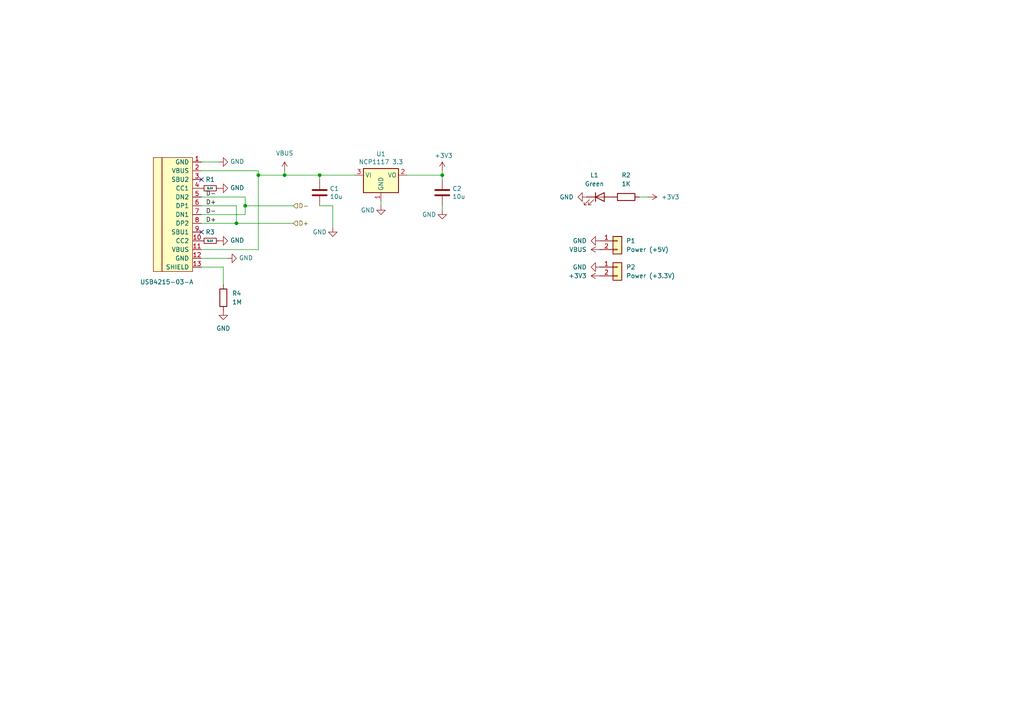
<source format=kicad_sch>
(kicad_sch (version 20250114) (generator "eeschema") (generator_version "9.0")
  (paper "A4")
  (title_block (title "MiniFRANK RM2E") (date "2025-03-08") (rev "1.00") (company "Mikhail Matveev") (comment 1 "https://github.com/xtremespb/frank"))
  (lib_symbols
    (symbol "+3V3_1" (power) (pin_numbers (hide yes)) (pin_names (offset 0) (hide yes))
      (property "Value" "+3V3" (at 0 3.556 0))
      (symbol "+3V3_1_0_1"
        (polyline (pts (xy -0.762 1.27) (xy 0 2.54)))
        (polyline (pts (xy 0 2.54) (xy 0.762 1.27)))
        (polyline (pts (xy 0 0) (xy 0 2.54)))
      )
      (symbol "+3V3_1_1_1"
        (pin power_in line (at 0 0 90) (length 0) (name "~") (number "1"))
      )
    )
    (symbol "Connector_Generic:Conn_01x02" (pin_names (offset 1.016) (hide yes))
      (property "Reference" "J" (at 0 2.54 0))
      (property "Value" "Conn_01x02" (at 0 -5.08 0))
      (symbol "Conn_01x02_1_1"
        (rectangle (start -1.27 1.27) (end 1.27 -3.81) (stroke (width 0.254)) (fill (type background)))
        (rectangle (start -1.27 0.127) (end 0 -0.127) (stroke (width 0.1524)))
        (rectangle (start -1.27 -2.413) (end 0 -2.667) (stroke (width 0.1524)))
        (pin passive line (at -5.08 0 0) (length 3.81) (name "Pin_1") (number "1"))
        (pin passive line (at -5.08 -2.54 0) (length 3.81) (name "Pin_2") (number "2"))
      )
    )
    (symbol "Device:C" (pin_numbers (hide yes)) (pin_names (offset 0.254))
      (property "Reference" "C" (at 0.635 2.54 0))
      (property "Value" "C" (at 0.635 -2.54 0))
      (symbol "C_0_1"
        (polyline (pts (xy -2.032 0.762) (xy 2.032 0.762)) (stroke (width 0.508)))
        (polyline (pts (xy -2.032 -0.762) (xy 2.032 -0.762)) (stroke (width 0.508)))
      )
      (symbol "C_1_1"
        (pin passive line (at 0 3.81 270) (length 2.794) (name "~") (number "1"))
        (pin passive line (at 0 -3.81 90) (length 2.794) (name "~") (number "2"))
      )
    )
    (symbol "Device:LED" (pin_numbers (hide yes)) (pin_names (offset 1.016) (hide yes))
      (property "Reference" "D" (at 0 2.54 0))
      (property "Value" "LED" (at 0 -2.54 0))
      (symbol "LED_0_1"
        (polyline (pts (xy -3.048 -0.762) (xy -4.572 -2.286) (xy -3.81 -2.286) (xy -4.572 -2.286) (xy -4.572 -1.524)))
        (polyline (pts (xy -1.778 -0.762) (xy -3.302 -2.286) (xy -2.54 -2.286) (xy -3.302 -2.286) (xy -3.302 -1.524)))
        (polyline (pts (xy -1.27 0) (xy 1.27 0)))
        (polyline (pts (xy -1.27 -1.27) (xy -1.27 1.27)) (stroke (width 0.254)))
        (polyline (pts (xy 1.27 -1.27) (xy 1.27 1.27) (xy -1.27 0) (xy 1.27 -1.27)) (stroke (width 0.254)))
      )
      (symbol "LED_1_1"
        (pin passive line (at -3.81 0 0) (length 2.54) (name "K") (number "1"))
        (pin passive line (at 3.81 0 180) (length 2.54) (name "A") (number "2"))
      )
    )
    (symbol "Device:R" (pin_numbers (hide yes)) (pin_names (offset 0))
      (property "Reference" "R" (at 2.032 0 90))
      (property "Value" "R" (at 0 0 90))
      (symbol "R_0_1"
        (rectangle (start -1.016 -2.54) (end 1.016 2.54) (stroke (width 0.254)))
      )
      (symbol "R_1_1"
        (pin passive line (at 0 3.81 270) (length 1.27) (name "~") (number "1"))
        (pin passive line (at 0 -3.81 90) (length 1.27) (name "~") (number "2"))
      )
    )
    (symbol "Device:R_Small" (pin_numbers (hide yes)) (pin_names (offset 0.254) (hide yes))
      (property "Reference" "R" (at 0.762 0.508 0))
      (property "Value" "R_Small" (at 0.762 -1.016 0))
      (symbol "R_Small_0_1"
        (rectangle (start -0.762 1.778) (end 0.762 -1.778) (stroke (width 0.2032)))
      )
      (symbol "R_Small_1_1"
        (pin passive line (at 0 2.54 270) (length 0.762) (name "~") (number "1"))
        (pin passive line (at 0 -2.54 90) (length 0.762) (name "~") (number "2"))
      )
    )
    (symbol "FRANK:USB-C" (pin_names (offset 1.016))
      (property "Value" "USB Type C" (at 0.254 -20.828 0))
      (symbol "USB-C_0_1"
        (rectangle (start -11.43 15.24) (end -8.89 -17.78) (fill (type background)))
        (rectangle (start 0 -17.78) (end -8.89 15.24) (fill (type background)))
      )
      (symbol "USB-C_1_1"
        (pin input line (at 2.54 13.97 180) (length 2.54) (name "GND") (number "1"))
        (pin input line (at 2.54 11.43 180) (length 2.54) (name "VBUS") (number "2"))
        (pin input line (at 2.54 8.89 180) (length 2.54) (name "SBU2") (number "3"))
        (pin input line (at 2.54 6.35 180) (length 2.54) (name "CC1") (number "4"))
        (pin input line (at 2.54 3.81 180) (length 2.54) (name "DN2") (number "5"))
        (pin input line (at 2.54 1.27 180) (length 2.54) (name "DP1") (number "6"))
        (pin input line (at 2.54 -1.27 180) (length 2.54) (name "DN1") (number "7"))
        (pin input line (at 2.54 -3.81 180) (length 2.54) (name "DP2") (number "8"))
        (pin input line (at 2.54 -6.35 180) (length 2.54) (name "SBU1") (number "9"))
        (pin input line (at 2.54 -8.89 180) (length 2.54) (name "CC2") (number "10"))
        (pin input line (at 2.54 -11.43 180) (length 2.54) (name "VBUS") (number "11"))
        (pin input line (at 2.54 -13.97 180) (length 2.54) (name "GND") (number "12"))
        (pin input line (at 2.54 -16.51 180) (length 2.54) (name "SHIELD") (number "13"))
      )
    )
    (symbol "GND_1" (power) (pin_numbers (hide yes)) (pin_names (offset 0) (hide yes))
      (property "Value" "GND" (at 0 -3.81 0))
      (symbol "GND_1_0_1"
        (polyline (pts (xy 0 0) (xy 0 -1.27) (xy 1.27 -1.27) (xy 0 -2.54) (xy -1.27 -1.27) (xy 0 -1.27)))
      )
      (symbol "GND_1_1_1"
        (pin power_in line (at 0 0 270) (length 0) (name "~") (number "1"))
      )
    )
    (symbol "GND_2" (power) (pin_numbers (hide yes)) (pin_names (offset 0) (hide yes))
      (property "Value" "GND" (at 0 -3.81 0))
      (symbol "GND_2_0_1"
        (polyline (pts (xy 0 0) (xy 0 -1.27) (xy 1.27 -1.27) (xy 0 -2.54) (xy -1.27 -1.27) (xy 0 -1.27)))
      )
      (symbol "GND_2_1_1"
        (pin power_in line (at 0 0 270) (length 0) (name "~") (number "1"))
      )
    )
    (symbol "GND_3" (power) (pin_numbers (hide yes)) (pin_names (offset 0) (hide yes))
      (property "Value" "GND" (at 0 -3.81 0))
      (symbol "GND_3_0_1"
        (polyline (pts (xy 0 0) (xy 0 -1.27) (xy 1.27 -1.27) (xy 0 -2.54) (xy -1.27 -1.27) (xy 0 -1.27)))
      )
      (symbol "GND_3_1_1"
        (pin power_in line (at 0 0 270) (length 0) (name "~") (number "1"))
      )
    )
    (symbol "GND_4" (power) (pin_numbers (hide yes)) (pin_names (offset 0) (hide yes))
      (property "Value" "GND" (at 0 -3.81 0))
      (symbol "GND_4_0_1"
        (polyline (pts (xy 0 0) (xy 0 -1.27) (xy 1.27 -1.27) (xy 0 -2.54) (xy -1.27 -1.27) (xy 0 -1.27)))
      )
      (symbol "GND_4_1_1"
        (pin power_in line (at 0 0 270) (length 0) (name "~") (number "1"))
      )
    )
    (symbol "GND_5" (power) (pin_numbers (hide yes)) (pin_names (offset 0) (hide yes))
      (property "Value" "GND" (at 0 -3.81 0))
      (symbol "GND_5_0_1"
        (polyline (pts (xy 0 0) (xy 0 -1.27) (xy 1.27 -1.27) (xy 0 -2.54) (xy -1.27 -1.27) (xy 0 -1.27)))
      )
      (symbol "GND_5_1_1"
        (pin power_in line (at 0 0 270) (length 0) (name "~") (number "1"))
      )
    )
    (symbol "GND_6" (power) (pin_numbers (hide yes)) (pin_names (offset 0) (hide yes))
      (property "Value" "GND" (at 0 -3.81 0))
      (symbol "GND_6_0_1"
        (polyline (pts (xy 0 0) (xy 0 -1.27) (xy 1.27 -1.27) (xy 0 -2.54) (xy -1.27 -1.27) (xy 0 -1.27)))
      )
      (symbol "GND_6_1_1"
        (pin power_in line (at 0 0 270) (length 0) (name "~") (number "1"))
      )
    )
    (symbol "GND_7" (power) (pin_numbers (hide yes)) (pin_names (offset 0) (hide yes))
      (property "Value" "GND" (at 0 -3.81 0))
      (symbol "GND_7_0_1"
        (polyline (pts (xy 0 0) (xy 0 -1.27) (xy 1.27 -1.27) (xy 0 -2.54) (xy -1.27 -1.27) (xy 0 -1.27)))
      )
      (symbol "GND_7_1_1"
        (pin power_in line (at 0 0 270) (length 0) (name "~") (number "1"))
      )
    )
    (symbol "Regulator_Linear:NCP1117-3.3_SOT223"
      (property "Reference" "U" (at -3.81 3.175 0))
      (property "Value" "NCP1117-3.3_SOT223" (at 0 3.175 0))
      (symbol "NCP1117-3.3_SOT223_0_1"
        (rectangle (start -5.08 -5.08) (end 5.08 1.905) (stroke (width 0.254)) (fill (type background)))
      )
      (symbol "NCP1117-3.3_SOT223_1_1"
        (pin power_in line (at -7.62 0 0) (length 2.54) (name "VI") (number "3"))
        (pin power_in line (at 0 -7.62 90) (length 2.54) (name "GND") (number "1"))
        (pin power_out line (at 7.62 0 180) (length 2.54) (name "VO") (number "2"))
      )
    )
    (symbol "power:+3V3" (power) (pin_numbers (hide yes)) (pin_names (offset 0) (hide yes))
      (property "Value" "+3V3" (at 0 3.556 0))
      (symbol "+3V3_0_1"
        (polyline (pts (xy -0.762 1.27) (xy 0 2.54)))
        (polyline (pts (xy 0 2.54) (xy 0.762 1.27)))
        (polyline (pts (xy 0 0) (xy 0 2.54)))
      )
      (symbol "+3V3_1_1"
        (pin power_in line (at 0 0 90) (length 0) (name "~") (number "1"))
      )
    )
    (symbol "power:GND" (power) (pin_numbers (hide yes)) (pin_names (offset 0) (hide yes))
      (property "Value" "GND" (at 0 -3.81 0))
      (symbol "GND_0_1"
        (polyline (pts (xy 0 0) (xy 0 -1.27) (xy 1.27 -1.27) (xy 0 -2.54) (xy -1.27 -1.27) (xy 0 -1.27)))
      )
      (symbol "GND_1_1"
        (pin power_in line (at 0 0 270) (length 0) (name "~") (number "1"))
      )
    )
    (symbol "power:VBUS" (power) (pin_numbers (hide yes)) (pin_names (offset 0) (hide yes))
      (property "Value" "VBUS" (at 0 3.556 0))
      (symbol "VBUS_0_1"
        (polyline (pts (xy -0.762 1.27) (xy 0 2.54)))
        (polyline (pts (xy 0 2.54) (xy 0.762 1.27)))
        (polyline (pts (xy 0 0) (xy 0 2.54)))
      )
      (symbol "VBUS_1_1"
        (pin power_in line (at 0 0 90) (length 0) (name "~") (number "1"))
      )
    )
  )
  (junction (at 74.93 50.8))
  (junction (at 68.58 64.77))
  (junction (at 82.55 50.8))
  (junction (at 92.71 50.8))
  (junction (at 128.27 50.8))
  (junction (at 71.12 59.69))
  (no_connect (at 58.42 67.31))
  (no_connect (at 58.42 52.07))
  (wire (pts (xy 58.42 49.53) (xy 74.93 49.53)))
  (wire (pts (xy 58.42 59.69) (xy 68.58 59.69)))
  (wire (pts (xy 82.55 50.8) (xy 92.71 50.8)))
  (wire (pts (xy 58.42 74.93) (xy 66.04 74.93)))
  (wire (pts (xy 102.87 50.8) (xy 92.71 50.8)))
  (wire (pts (xy 128.27 50.8) (xy 128.27 49.53)))
  (wire (pts (xy 82.55 49.53) (xy 82.55 50.8)))
  (wire (pts (xy 74.93 72.39) (xy 58.42 72.39)))
  (wire (pts (xy 92.71 52.07) (xy 92.71 50.8)))
  (wire (pts (xy 128.27 52.07) (xy 128.27 50.8)))
  (wire (pts (xy 96.52 59.69) (xy 92.71 59.69)))
  (wire (pts (xy 118.11 50.8) (xy 128.27 50.8)))
  (wire (pts (xy 58.42 57.15) (xy 71.12 57.15)))
  (wire (pts (xy 58.42 62.23) (xy 71.12 62.23)))
  (wire (pts (xy 71.12 59.69) (xy 85.09 59.69)))
  (wire (pts (xy 74.93 50.8) (xy 74.93 72.39)))
  (wire (pts (xy 74.93 49.53) (xy 74.93 50.8)))
  (wire (pts (xy 71.12 59.69) (xy 71.12 62.23)))
  (wire (pts (xy 58.42 46.99) (xy 63.5 46.99)))
  (wire (pts (xy 128.27 59.69) (xy 128.27 60.96)))
  (wire (pts (xy 58.42 64.77) (xy 68.58 64.77)))
  (wire (pts (xy 96.52 59.69) (xy 96.52 66.04)))
  (wire (pts (xy 64.77 77.47) (xy 64.77 82.55)))
  (wire (pts (xy 58.42 77.47) (xy 64.77 77.47)))
  (wire (pts (xy 71.12 57.15) (xy 71.12 59.69)))
  (wire (pts (xy 185.42 57.15) (xy 187.96 57.15)))
  (wire (pts (xy 74.93 50.8) (xy 82.55 50.8)))
  (wire (pts (xy 110.49 58.42) (xy 110.49 59.69)))
  (wire (pts (xy 68.58 64.77) (xy 85.09 64.77)))
  (wire (pts (xy 68.58 59.69) (xy 68.58 64.77)))
  (label "D-" (at 59.69 62.23 0))
  (label "D+" (at 59.69 64.77 0))
  (label "D-" (at 59.69 57.15 0))
  (label "D+" (at 59.69 59.69 0))
  (hierarchical_label "D-" (shape input) (at 85.09 59.69 0))
  (hierarchical_label "D+" (shape input) (at 85.09 64.77 0))
  (symbol (lib_name "GND_3") (lib_id "power:GND") (at 96.52 66.04 0) (unit 1)
    (property "Reference" "#PWR010" (effects (hide yes)))
    (property "Value" "GND" (at 92.71 67.31 0))
    (property "Description" "Power symbol creates a global label with name \"GND\" , ground" (effects (hide yes)))
  )
  (symbol (lib_id "power:VBUS") (at 82.55 49.53 0) (unit 1)
    (property "Reference" "#PWR03" (effects (hide yes)))
    (property "Value" "VBUS" (at 82.55 44.45 0))
    (property "Description" "Power symbol creates a global label with name \"VBUS\"" (effects (hide yes)))
  )
  (symbol (lib_id "power:GND") (at 173.99 77.47 270) (unit 1)
    (property "Reference" "#PWR015" (effects (hide yes)))
    (property "Value" "GND" (at 170.18 77.4699 90) (effects (justify right)))
    (property "Description" "Power symbol creates a global label with name \"GND\" , ground" (effects (hide yes)))
  )
  (symbol (lib_name "GND_5") (lib_id "power:GND") (at 63.5 69.85 90) (unit 1)
    (property "Reference" "#PWR011" (effects (hide yes)))
    (property "Value" "GND" (at 66.7512 69.723 90) (effects (justify right)))
    (property "Description" "Power symbol creates a global label with name \"GND\" , ground" (effects (hide yes)))
  )
  (symbol (lib_name "GND_2") (lib_id "power:GND") (at 170.18 57.15 270) (unit 1)
    (property "Reference" "#PWR06" (effects (hide yes)))
    (property "Value" "GND" (at 166.37 57.1499 90) (effects (justify right)))
    (property "Description" "Power symbol creates a global label with name \"GND\" , ground" (effects (hide yes)))
  )
  (symbol (lib_id "Device:LED") (at 173.99 57.15 0) (unit 1)
    (property "Reference" "L1" (at 172.4025 50.8 0))
    (property "Value" "Green" (at 172.4025 53.34 0))
    (property "Footprint" "FRANK:LED (0805)" (effects (hide yes)))
    (property "Description" "Light emitting diode" (effects (hide yes)))
    (property "AliExpress" "https://www.aliexpress.com/item/1005007252088951.html" (effects (hide yes)))
    (property "Sim.Pins" "1=K 2=A" (effects (hide yes)))
  )
  (symbol (lib_id "Regulator_Linear:NCP1117-3.3_SOT223") (at 110.49 50.8 0) (unit 1)
    (property "Reference" "U1" (at 110.49 44.6532 0))
    (property "Value" "NCP1117 3.3" (at 110.49 46.9646 0))
    (property "Footprint" "FRANK:SOT-223" (effects (hide yes)))
    (property "Datasheet" "http://www.onsemi.com/pub_link/Collateral/NCP1117-D.PDF" (effects (hide yes)))
    (property "AliExpress" "https://www.aliexpress.com/item/1005005802338707.html" (effects (hide yes)))
  )
  (symbol (lib_id "Device:C") (at 128.27 55.88 0) (unit 1)
    (property "Reference" "C2" (at 131.191 54.7116 0) (effects (justify left)))
    (property "Value" "10u" (at 131.191 57.023 0) (effects (justify left)))
    (property "Footprint" "FRANK:Capacitor (0805)" (effects (hide yes)))
    (property "Datasheet" "https://eu.mouser.com/datasheet/2/40/KGM_X7R-3223212.pdf" (effects (hide yes)))
    (property "AliExpress" "https://www.aliexpress.com/item/33008008276.html" (effects (hide yes)))
  )
  (symbol (lib_name "GND_7") (lib_id "power:GND") (at 66.04 74.93 90) (unit 1)
    (property "Reference" "#PWR014" (effects (hide yes)))
    (property "Value" "GND" (at 69.2912 74.803 90) (effects (justify right)))
    (property "Description" "Power symbol creates a global label with name \"GND\" , ground" (effects (hide yes)))
  )
  (symbol (lib_id "power:GND") (at 173.99 69.85 270) (unit 1)
    (property "Reference" "#PWR012" (effects (hide yes)))
    (property "Value" "GND" (at 170.18 69.8499 90) (effects (justify right)))
    (property "Description" "Power symbol creates a global label with name \"GND\" , ground" (effects (hide yes)))
  )
  (symbol (lib_id "FRANK:USB-C") (at 55.88 60.96 0) (unit 1)
    (property "Reference" "USB1" (effects (hide yes)))
    (property "Value" "USB4215-03-A" (at 56.134 81.788 0) (effects (justify right)))
    (property "Footprint" "FRANK:USB Type C" (effects (hide yes)))
    (property "Datasheet" "https://eu.mouser.com/datasheet/2/837/usb4215-3472997.pdf" (effects (hide yes)))
    (property "LCSC" "C165948" (effects (hide yes)))
    (property "AliExpress" "https://www.aliexpress.com/item/1005005500797563.html" (effects (hide yes)))
  )
  (symbol (lib_id "Device:C") (at 92.71 55.88 0) (unit 1)
    (property "Reference" "C1" (at 95.631 54.7116 0) (effects (justify left)))
    (property "Value" "10u" (at 95.631 57.023 0) (effects (justify left)))
    (property "Footprint" "FRANK:Capacitor (0805)" (effects (hide yes)))
    (property "Datasheet" "https://eu.mouser.com/datasheet/2/40/KGM_X7R-3223212.pdf" (effects (hide yes)))
    (property "AliExpress" "https://www.aliexpress.com/item/33008008276.html" (effects (hide yes)))
  )
  (symbol (lib_id "Device:R") (at 181.61 57.15 90) (unit 1)
    (property "Reference" "R2" (at 181.61 50.8 90))
    (property "Value" "1K" (at 181.61 53.34 90))
    (property "Footprint" "FRANK:Resistor (0805)" (effects (hide yes)))
    (property "Datasheet" "https://www.vishay.com/docs/28952/mcs0402at-mct0603at-mcu0805at-mca1206at.pdf" (effects (hide yes)))
    (property "Description" "Resistor" (effects (hide yes)))
    (property "AliExpress" "https://www.vishay.com/docs/28952/mcs0402at-mct0603at-mcu0805at-mca1206at.pdf" (effects (hide yes)))
  )
  (symbol (lib_id "Device:R_Small") (at 60.96 69.85 270) (unit 1)
    (property "Reference" "R3" (at 60.96 67.31 90))
    (property "Value" "5.1K" (at 60.96 69.85 90) (effects (font (size 0.508 0.508))))
    (property "Footprint" "FRANK:Resistor (0805)" (effects (hide yes)))
    (property "Datasheet" "https://www.vishay.com/docs/28952/mcs0402at-mct0603at-mcu0805at-mca1206at.pdf" (effects (hide yes)))
    (property "LCSC" " " (effects (hide yes)))
    (property "AliExpress" "https://www.aliexpress.com/item/1005005945735199.html" (effects (hide yes)))
  )
  (symbol (lib_name "GND_6") (lib_id "power:GND") (at 63.5 54.61 90) (unit 1)
    (property "Reference" "#PWR05" (effects (hide yes)))
    (property "Value" "GND" (at 66.7512 54.483 90) (effects (justify right)))
    (property "Description" "Power symbol creates a global label with name \"GND\" , ground" (effects (hide yes)))
  )
  (symbol (lib_name "GND_1") (lib_id "power:GND") (at 128.27 60.96 0) (unit 1)
    (property "Reference" "#PWR09" (effects (hide yes)))
    (property "Value" "GND" (at 124.46 62.23 0))
    (property "Description" "Power symbol creates a global label with name \"GND\" , ground" (effects (hide yes)))
  )
  (symbol (lib_id "power:VBUS") (at 173.99 72.39 90) (unit 1)
    (property "Reference" "#PWR013" (effects (hide yes)))
    (property "Value" "VBUS" (at 170.18 72.3899 90) (effects (justify left)))
    (property "Description" "Power symbol creates a global label with name \"VBUS\"" (effects (hide yes)))
  )
  (symbol (lib_id "power:+3V3") (at 128.27 49.53 0) (unit 1)
    (property "Reference" "#PWR04" (effects (hide yes)))
    (property "Value" "+3V3" (at 128.651 45.1358 0))
    (property "Description" "Power symbol creates a global label with name \"+3V3\"" (effects (hide yes)))
  )
  (symbol (lib_id "Device:R_Small") (at 60.96 54.61 270) (unit 1)
    (property "Reference" "R1" (at 60.96 52.07 90))
    (property "Value" "5.1K" (at 60.96 54.61 90) (effects (font (size 0.508 0.508))))
    (property "Footprint" "FRANK:Resistor (0805)" (effects (hide yes)))
    (property "Datasheet" "https://www.vishay.com/docs/28952/mcs0402at-mct0603at-mcu0805at-mca1206at.pdf" (effects (hide yes)))
    (property "LCSC" " " (effects (hide yes)))
    (property "AliExpress" "https://www.aliexpress.com/item/1005005945735199.html" (effects (hide yes)))
  )
  (symbol (lib_id "Connector_Generic:Conn_01x02") (at 179.07 69.85 0) (unit 1)
    (property "Reference" "P1" (at 181.61 69.8499 0) (effects (justify left)))
    (property "Value" "Power (+5V)" (at 181.61 72.3899 0) (effects (justify left)))
    (property "Footprint" "FRANK:Pin Header (1x02)" (effects (hide yes)))
    (property "Datasheet" "https://docs.rs-online.com/827f/0900766b80da4f03.pdf" (effects (hide yes)))
    (property "Description" "Generic connector, single row, 01x02, script generated (kicad-library-utils/schlib/autogen/connector/)" (effects (hide yes)))
    (property "AliExpress" "https://www.aliexpress.com/item/1005007039504981.html" (effects (hide yes)))
  )
  (symbol (lib_id "power:GND") (at 63.5 46.99 90) (unit 1)
    (property "Reference" "#PWR02" (effects (hide yes)))
    (property "Value" "GND" (at 66.7512 46.863 90) (effects (justify right)))
    (property "Description" "Power symbol creates a global label with name \"GND\" , ground" (effects (hide yes)))
  )
  (symbol (lib_id "power:GND") (at 64.77 90.17 0) (unit 1)
    (property "Reference" "#PWR017" (effects (hide yes)))
    (property "Value" "GND" (at 64.77 95.25 0))
    (property "Description" "Power symbol creates a global label with name \"GND\" , ground" (effects (hide yes)))
  )
  (symbol (lib_id "Device:R") (at 64.77 86.36 0) (unit 1)
    (property "Reference" "R4" (at 67.31 85.0899 0) (effects (justify left)))
    (property "Value" "1M" (at 67.31 87.6299 0) (effects (justify left)))
    (property "Footprint" "FRANK:Resistor (0805)" (effects (hide yes)))
    (property "Datasheet" "https://www.vishay.com/docs/28952/mcs0402at-mct0603at-mcu0805at-mca1206at.pdf" (effects (hide yes)))
    (property "AliExpress" "https://www.aliexpress.com/item/1005005945735199.html" (effects (hide yes)))
  )
  (symbol (lib_id "Connector_Generic:Conn_01x02") (at 179.07 77.47 0) (unit 1)
    (property "Reference" "P2" (at 181.61 77.4699 0) (effects (justify left)))
    (property "Value" "Power (+3.3V)" (at 181.61 80.0099 0) (effects (justify left)))
    (property "Footprint" "FRANK:Pin Header (1x02)" (effects (hide yes)))
    (property "Datasheet" "https://docs.rs-online.com/827f/0900766b80da4f03.pdf" (effects (hide yes)))
    (property "Description" "Generic connector, single row, 01x02, script generated (kicad-library-utils/schlib/autogen/connector/)" (effects (hide yes)))
    (property "AliExpress" "https://www.aliexpress.com/item/1005007039504981.html" (effects (hide yes)))
  )
  (symbol (lib_id "power:+3V3") (at 173.99 80.01 90) (unit 1)
    (property "Reference" "#PWR016" (effects (hide yes)))
    (property "Value" "+3V3" (at 170.18 80.0099 90) (effects (justify left)))
    (property "Description" "Power symbol creates a global label with name \"+3V3\"" (effects (hide yes)))
  )
  (symbol (lib_name "+3V3_1") (lib_id "power:+3V3") (at 187.96 57.15 270) (unit 1)
    (property "Reference" "#PWR07" (effects (hide yes)))
    (property "Value" "+3V3" (at 191.77 57.1499 90) (effects (justify left)))
    (property "Description" "Power symbol creates a global label with name \"+3V3\"" (effects (hide yes)))
  )
  (symbol (lib_name "GND_4") (lib_id "power:GND") (at 110.49 59.69 0) (unit 1)
    (property "Reference" "#PWR08" (effects (hide yes)))
    (property "Value" "GND" (at 106.68 60.96 0))
    (property "Description" "Power symbol creates a global label with name \"GND\" , ground" (effects (hide yes)))
  )
)
</source>
